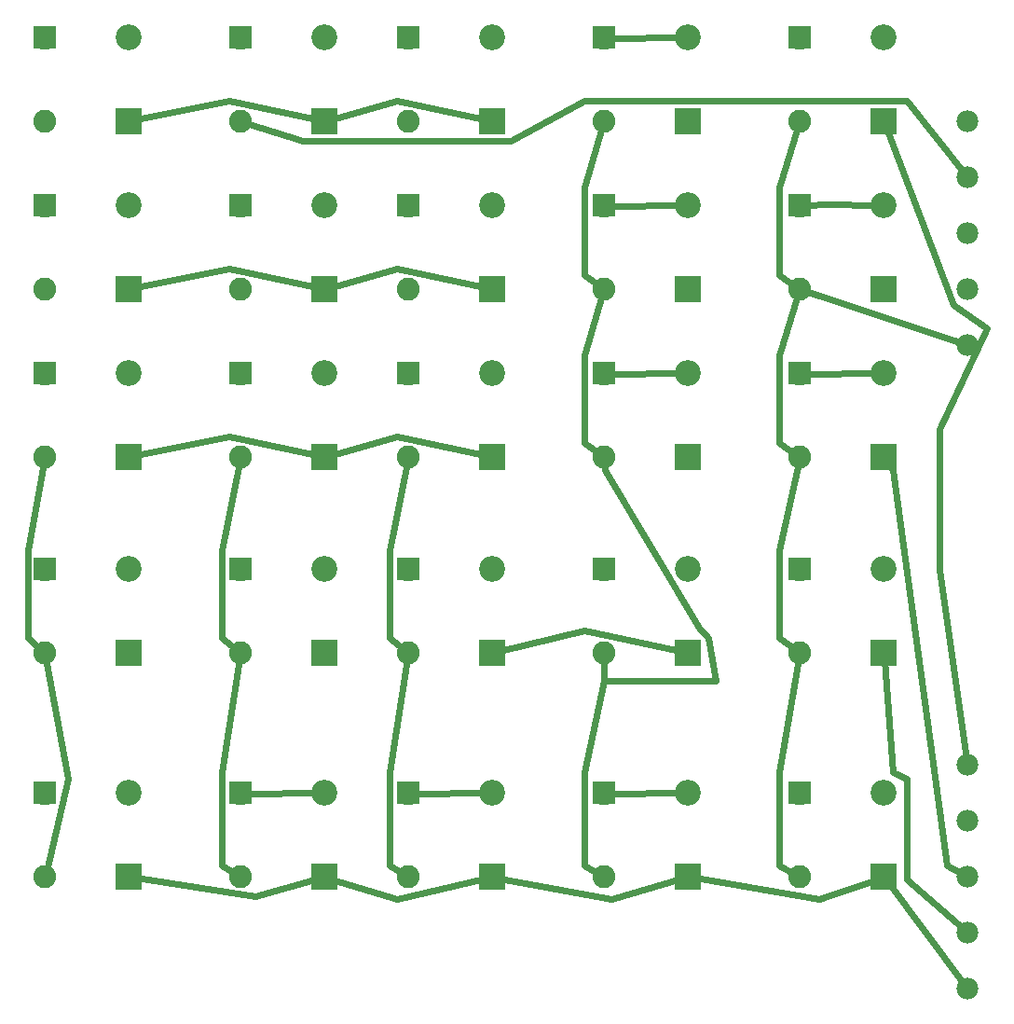
<source format=gbl>
G04 MADE WITH FRITZING*
G04 WWW.FRITZING.ORG*
G04 DOUBLE SIDED*
G04 HOLES PLATED*
G04 CONTOUR ON CENTER OF CONTOUR VECTOR*
%ASAXBY*%
%FSLAX23Y23*%
%MOIN*%
%OFA0B0*%
%SFA1.0B1.0*%
%ADD10C,0.092000*%
%ADD11C,0.078000*%
%ADD12C,0.082000*%
%ADD13R,0.092000X0.092000*%
%ADD14R,0.082000X0.082000*%
%ADD15C,0.024000*%
%LNCOPPER0*%
G90*
G70*
G54D10*
X457Y555D03*
X457Y855D03*
X457Y1355D03*
X457Y1655D03*
X457Y2055D03*
X457Y2355D03*
X457Y2655D03*
X457Y2955D03*
X457Y3255D03*
X457Y3555D03*
X1157Y555D03*
X1157Y855D03*
X1157Y1355D03*
X1157Y1655D03*
X1157Y2055D03*
X1157Y2355D03*
X1157Y2655D03*
X1157Y2955D03*
X1157Y3255D03*
X1157Y3555D03*
X1757Y555D03*
X1757Y855D03*
X1757Y1355D03*
X1757Y1655D03*
X1757Y2055D03*
X1757Y2355D03*
X1757Y2655D03*
X1757Y2955D03*
X1757Y3255D03*
X1757Y3555D03*
X2457Y555D03*
X2457Y855D03*
X2457Y1355D03*
X2457Y1655D03*
X2457Y2055D03*
X2457Y2355D03*
X2457Y2655D03*
X2457Y2955D03*
X2457Y3255D03*
X2457Y3555D03*
X3157Y555D03*
X3157Y855D03*
X3157Y1355D03*
X3157Y1655D03*
X3157Y2055D03*
X3157Y2355D03*
X3157Y2655D03*
X3157Y2955D03*
X3157Y3255D03*
X3157Y3555D03*
G54D11*
X3457Y2455D03*
X3457Y2655D03*
X3457Y2855D03*
X3457Y3055D03*
X3457Y3255D03*
X3457Y155D03*
X3457Y355D03*
X3457Y555D03*
X3457Y755D03*
X3457Y955D03*
G54D12*
X2857Y853D03*
X2857Y555D03*
X2857Y1653D03*
X2857Y1355D03*
X2857Y2353D03*
X2857Y2055D03*
X2857Y2953D03*
X2857Y2655D03*
X2857Y3553D03*
X2857Y3255D03*
X2157Y853D03*
X2157Y555D03*
X2157Y1653D03*
X2157Y1355D03*
X2157Y2353D03*
X2157Y2055D03*
X2157Y2953D03*
X2157Y2655D03*
X2157Y3553D03*
X2157Y3255D03*
X1457Y853D03*
X1457Y555D03*
X1457Y1653D03*
X1457Y1355D03*
X1457Y2353D03*
X1457Y2055D03*
X1457Y2953D03*
X1457Y2655D03*
X1457Y3553D03*
X1457Y3255D03*
X857Y853D03*
X857Y555D03*
X857Y1653D03*
X857Y1355D03*
X857Y2353D03*
X857Y2055D03*
X857Y2953D03*
X857Y2655D03*
X857Y3553D03*
X857Y3255D03*
X157Y853D03*
X157Y555D03*
X157Y1653D03*
X157Y1355D03*
X157Y2353D03*
X157Y2055D03*
X157Y2953D03*
X157Y2655D03*
X157Y3553D03*
X157Y3255D03*
G54D13*
X457Y555D03*
X457Y1355D03*
X457Y2055D03*
X457Y2655D03*
X457Y3255D03*
X1157Y555D03*
X1157Y1355D03*
X1157Y2055D03*
X1157Y2655D03*
X1157Y3255D03*
X1757Y555D03*
X1757Y1355D03*
X1757Y2055D03*
X1757Y2655D03*
X1757Y3255D03*
X2457Y555D03*
X2457Y1355D03*
X2457Y2055D03*
X2457Y2655D03*
X2457Y3255D03*
X3157Y555D03*
X3157Y1355D03*
X3157Y2055D03*
X3157Y2655D03*
X3157Y3255D03*
G54D14*
X2857Y854D03*
X2857Y1654D03*
X2857Y2354D03*
X2857Y2954D03*
X2857Y3554D03*
X2157Y854D03*
X2157Y1654D03*
X2157Y2354D03*
X2157Y2954D03*
X2157Y3554D03*
X1457Y854D03*
X1457Y1654D03*
X1457Y2354D03*
X1457Y2954D03*
X1457Y3554D03*
X857Y854D03*
X857Y1654D03*
X857Y2354D03*
X857Y2954D03*
X857Y3554D03*
X157Y854D03*
X157Y1654D03*
X157Y2354D03*
X157Y2954D03*
X157Y3554D03*
G54D15*
X2957Y2958D02*
X3131Y2956D01*
D02*
X2878Y2954D02*
X2957Y2958D01*
D02*
X2178Y3553D02*
X2431Y3555D01*
D02*
X1131Y855D02*
X878Y853D01*
D02*
X1731Y855D02*
X1478Y853D01*
D02*
X2431Y855D02*
X2178Y853D01*
D02*
X2878Y2353D02*
X3131Y2355D01*
D02*
X2178Y2353D02*
X2431Y2355D01*
D02*
X2178Y2953D02*
X2431Y2955D01*
D02*
X3172Y534D02*
X3445Y170D01*
D02*
X2482Y551D02*
X2927Y474D01*
D02*
X2927Y474D02*
X3132Y547D01*
D02*
X1782Y550D02*
X2183Y474D01*
D02*
X2183Y474D02*
X2432Y548D01*
D02*
X1182Y547D02*
X1415Y474D01*
D02*
X1415Y474D02*
X1731Y549D01*
D02*
X482Y551D02*
X911Y486D01*
D02*
X911Y486D02*
X1132Y548D01*
D02*
X2840Y2067D02*
X2783Y2106D01*
D02*
X2783Y2106D02*
X2783Y2418D01*
D02*
X2783Y2418D02*
X2851Y2635D01*
D02*
X2851Y3235D02*
X2783Y3018D01*
D02*
X2783Y3018D02*
X2783Y2706D01*
D02*
X2783Y2706D02*
X2840Y2667D01*
D02*
X3439Y2461D02*
X2877Y2649D01*
D02*
X2840Y1368D02*
X2783Y1410D01*
D02*
X2783Y1410D02*
X2783Y1722D01*
D02*
X2783Y1722D02*
X2852Y2035D01*
D02*
X2838Y565D02*
X2783Y594D01*
D02*
X2783Y594D02*
X2783Y930D01*
D02*
X2783Y930D02*
X2853Y1335D01*
D02*
X2431Y1361D02*
X2087Y1434D01*
D02*
X2087Y1434D02*
X1782Y1361D01*
D02*
X3442Y368D02*
X3239Y546D01*
D02*
X3239Y546D02*
X3239Y906D01*
D02*
X3239Y906D02*
X3191Y930D01*
D02*
X3191Y930D02*
X3159Y1329D01*
D02*
X2140Y2068D02*
X2087Y2106D01*
D02*
X2087Y2106D02*
X2087Y2418D01*
D02*
X2087Y2418D02*
X2151Y2635D01*
D02*
X2151Y3235D02*
X2087Y3018D01*
D02*
X2087Y3018D02*
X2087Y2706D01*
D02*
X2087Y2706D02*
X2140Y2668D01*
D02*
X2157Y1334D02*
X2157Y1255D01*
D02*
X2157Y1255D02*
X2557Y1255D01*
D02*
X2557Y1255D02*
X2531Y1410D01*
D02*
X2531Y1410D02*
X2495Y1446D01*
D02*
X2495Y1446D02*
X2159Y2010D01*
D02*
X2159Y2010D02*
X2158Y2034D01*
D02*
X2138Y566D02*
X2087Y594D01*
D02*
X2087Y594D02*
X2087Y930D01*
D02*
X2087Y930D02*
X2157Y1255D01*
D02*
X1182Y2063D02*
X1415Y2130D01*
D02*
X1415Y2130D02*
X1731Y2061D01*
D02*
X482Y2061D02*
X815Y2130D01*
D02*
X815Y2130D02*
X1131Y2061D01*
D02*
X3440Y564D02*
X3383Y594D01*
D02*
X3383Y594D02*
X3191Y2010D01*
D02*
X3191Y2010D02*
X3173Y2035D01*
D02*
X1182Y2663D02*
X1415Y2730D01*
D02*
X1415Y2730D02*
X1731Y2661D01*
D02*
X482Y2661D02*
X815Y2730D01*
D02*
X815Y2730D02*
X1131Y2661D01*
D02*
X1441Y1369D02*
X1391Y1410D01*
D02*
X1391Y1410D02*
X1391Y1722D01*
D02*
X1391Y1722D02*
X1453Y2035D01*
D02*
X1439Y566D02*
X1391Y594D01*
D02*
X1391Y594D02*
X1391Y930D01*
D02*
X1391Y930D02*
X1454Y1335D01*
D02*
X1182Y3263D02*
X1415Y3330D01*
D02*
X1415Y3330D02*
X1731Y3261D01*
D02*
X482Y3261D02*
X815Y3330D01*
D02*
X815Y3330D02*
X1131Y3261D01*
D02*
X3355Y1652D02*
X3355Y2157D01*
D02*
X3355Y2157D02*
X3527Y2514D01*
D02*
X3454Y974D02*
X3355Y1652D01*
D02*
X3527Y2514D02*
X3407Y2598D01*
D02*
X3407Y2598D02*
X3166Y3231D01*
D02*
X841Y1369D02*
X791Y1410D01*
D02*
X791Y1410D02*
X791Y1722D01*
D02*
X791Y1722D02*
X853Y2035D01*
D02*
X839Y566D02*
X791Y594D01*
D02*
X791Y594D02*
X791Y930D01*
D02*
X791Y930D02*
X854Y1335D01*
D02*
X3445Y3070D02*
X3239Y3330D01*
D02*
X3239Y3330D02*
X2087Y3330D01*
D02*
X2087Y3330D02*
X1823Y3186D01*
D02*
X1823Y3186D02*
X1079Y3186D01*
D02*
X1079Y3186D02*
X877Y3249D01*
D02*
X141Y1369D02*
X95Y1410D01*
D02*
X95Y1410D02*
X95Y1722D01*
D02*
X95Y1722D02*
X153Y2035D01*
D02*
X162Y576D02*
X239Y906D01*
D02*
X239Y906D02*
X161Y1335D01*
G04 End of Copper0*
M02*
</source>
